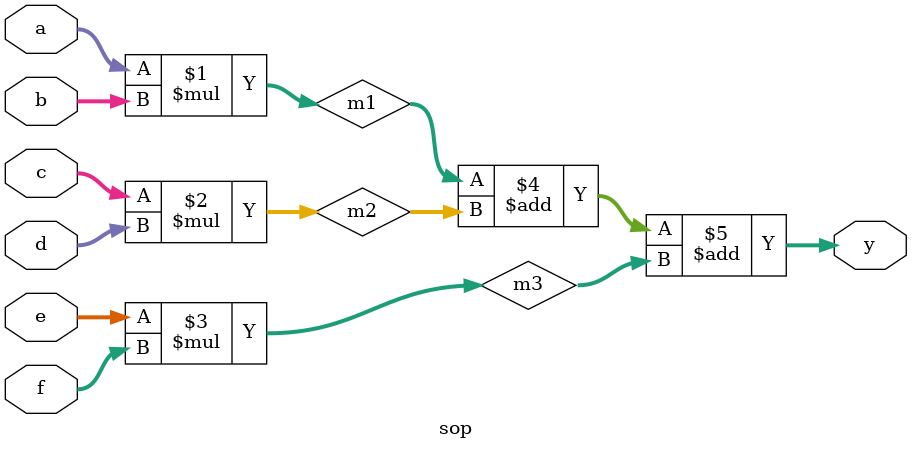
<source format=sv>
module sop(
		input signed [7:0] a, b, c, d, e, f,
		output [31:0] y);
		
reg signed [15:0] m1, m2, m3;

assign m1 = a * b;
assign m2 = c * d;
assign m3 = e * f;

assign y = m1 + m2 + m3;

endmodule 

	
</source>
